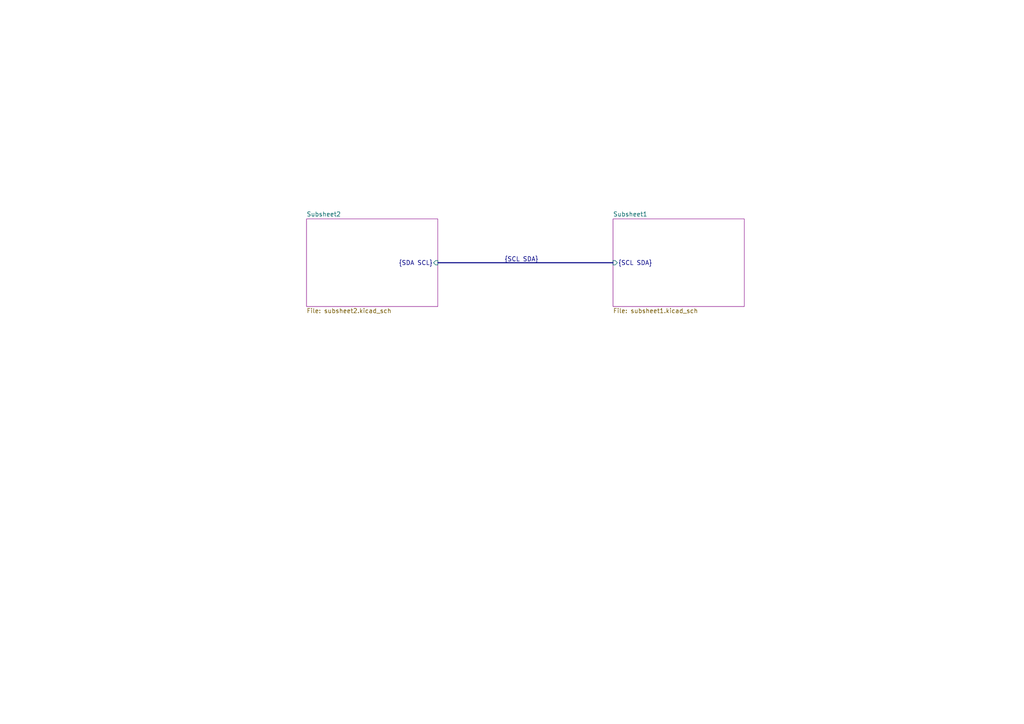
<source format=kicad_sch>
(kicad_sch (version 20210126) (generator eeschema)
  (paper "A4")
  (lib_symbols)
  (bus (pts (xy 127 76.2) (xy 177.8 76.2)))
  (label "{SCL SDA}" (at 156.21 76.2 180))
  (sheet (at 177.8 63.5) (size 38.1 25.4) (stroke (width 0.001) (color 132 0 132 1)) (fill (color 255 255 255 0.0000))
    (property "Sheet name" "Subsheet1" (at 177.8 62.8641 0) (effects (justify left bottom)))
    (property "Sheet file" "subsheet1.kicad_sch" (at 177.8 89.4089 0) (effects (justify left top)))
    (pin "{SCL SDA}" input (at 177.8 76.2 180))
  )
  (sheet (at 88.9 63.5) (size 38.1 25.4) (stroke (width 0.001) (color 132 0 132 1)) (fill (color 255 255 255 0.0000))
    (property "Sheet name" "Subsheet2" (at 88.9 62.8641 0) (effects (justify left bottom)))
    (property "Sheet file" "subsheet2.kicad_sch" (at 88.9 89.4089 0) (effects (justify left top)))
    (pin "{SDA SCL}" input (at 127 76.2 0))
  )
)
</source>
